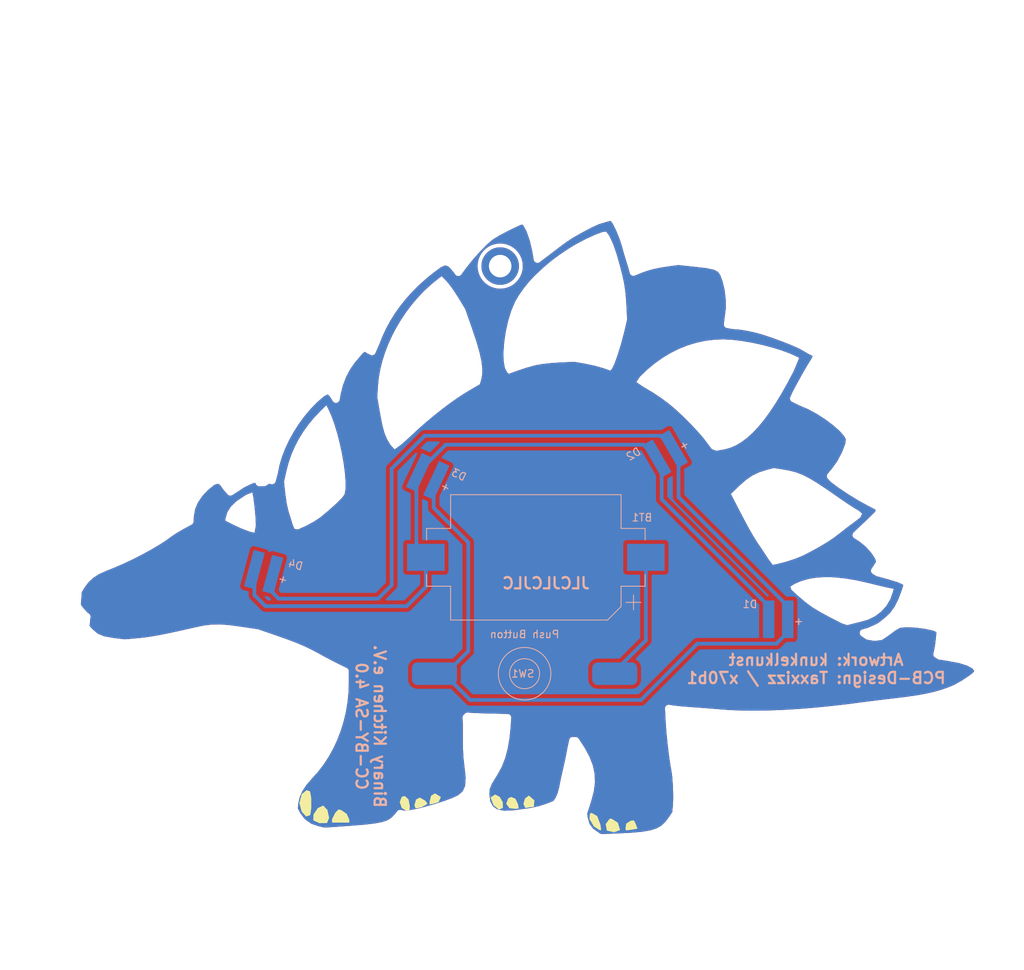
<source format=kicad_pcb>
(kicad_pcb (version 20211014) (generator pcbnew)
  (layers (0 "F.Cu" signal) (31 "B.Cu" signal) (34 "B.Paste" user) (35 "F.Paste" user) (36 "B.SilkS" user "B.Silkscreen") (37 "F.SilkS" user "F.Silkscreen") (38 "B.Mask" user) (39 "F.Mask" user) (44 "Edge.Cuts" user))
  (net 0 "")
  (net 1 "Net-(D1-Pad2)")
  (net 2 "Net-(SW1-Pad1)")
  (net 3 "Net-(D1-Pad1)")
  (footprint "Binary_Kitchen:dino" (layer "F.Cu") (at 13.9 -4)
    (fp_text reference "svg2mod" hide)
    (fp_text value "G***" hide)
    (fp_poly (pts (xy 81.164322 108.80916) (xy 80.910595 108.83506) (xy 80.393609 109.538165) (xy 80.555847 110.41146) (xy 81.534465 110.615815) (xy 82.322539 110.32916) (xy 82.017998 109.344804) (xy 81.164322 108.80915) (xy 81.164322 108.80916)) (layer "F.SilkS") (width 0) (fill solid))
    (fp_poly (pts (xy 40.577396 105.01267) (xy 39.922054 105.565909) (xy 39.625919 106.74647) (xy 39.908627 107.863737) (xy 40.510844 108.530896) (xy 41.063706 108.33931) (xy 41.20014 107.393242) (xy 41.189857 106.010425) (xy 41.040216 105.18417) (xy 40.577398 105.01267) (xy 40.577396 105.01267)) (layer "F.SilkS") (width 0) (fill solid))
    (fp_poly (pts (xy 70.174183 105.73156) (xy 69.661164 106.107041) (xy 69.440486 106.846406) (xy 69.685524 107.36904) (xy 70.841391 107.22103) (xy 70.902475 106.373665) (xy 70.174183 105.73156)) (layer "F.SilkS") (width 0) (fill solid))
    (fp_poly (pts (xy 44.829673 107.57811) (xy 44.392699 108.01509) (xy 43.955725 108.89609) (xy 43.955725 109.34011) (xy 45.111592 109.34011) (xy 46.26511 109.34011) (xy 46.26271 108.94307) (xy 45.917205 108.173923) (xy 45.198465 107.67209) (xy 44.829673 107.57811)) (layer "F.SilkS") (width 0) (fill solid))
    (fp_poly (pts (xy 78.518983 108.03858) (xy 78.302845 108.11848) (xy 78.234902 108.839654) (xy 78.811198 109.834726) (xy 79.592624 110.34564) (xy 79.794667 110.35064) (xy 79.710097 109.63644) (xy 79.264734 108.456145) (xy 78.51899 108.0389) (xy 78.518983 108.03858)) (layer "F.SilkS") (width 0) (fill solid))
    (fp_poly (pts (xy 42.783411 107.05891) (xy 42.054403 107.408776) (xy 41.49058 108.252027) (xy 41.460742 109.03704) (xy 42.268958 109.412144) (xy 43.295565 109.39649) (xy 43.578149 108.705429) (xy 43.346563 107.648531) (xy 42.783411 107.05891)) (layer "F.SilkS") (width 0) (fill solid))
    (fp_poly (pts (xy 55.643613 105.99232) (xy 55.138443 106.268463) (xy 54.927068 107.02132) (xy 55.084053 107.43973) (xy 55.808065 107.30089) (xy 56.482321 106.96495) (xy 56.667918 106.79344) (xy 56.364855 106.40816) (xy 55.643613 105.99232)) (layer "F.SilkS") (width 0) (fill solid))
    (fp_poly (pts (xy 67.799016 105.91712) (xy 67.406679 106.11682) (xy 67.152375 106.845114) (xy 67.594736 107.423876) (xy 68.473272 107.51231) (xy 68.813924 107.42311) (xy 68.731694 106.90156) (xy 68.380229 106.153086) (xy 67.799012 105.9172) (xy 67.799016 105.91712)) (layer "F.SilkS") (width 0) (fill solid))
    (fp_poly (pts (xy 84.169107 109.03704) (xy 83.729784 109.08164) (xy 83.131567 109.465305) (xy 83.022637 110.13649) (xy 83.116617 110.38316) (xy 83.849606 110.28456) (xy 84.629583 110.14361) (xy 84.420493 109.56802) (xy 84.169107 109.03704)) (layer "F.SilkS") (width 0) (fill solid))
    (fp_poly (pts (xy 57.671079 105.44259) (xy 57.148875 105.751173) (xy 56.947488 106.55147) (xy 56.947488 106.92266) (xy 57.344523 106.84276) (xy 58.138594 106.61254) (xy 58.461331 105.929035) (xy 57.671079 105.44257) (xy 57.671079 105.44259)) (layer "F.SilkS") (width 0) (fill solid))
    (fp_poly (pts (xy 65.682275 105.58825) (xy 65.064904 105.981655) (xy 65.463788 107.00959) (xy 66.195528 107.600693) (xy 66.71128 107.39018) (xy 66.700285 106.625929) (xy 66.289617 105.906875) (xy 65.682275 105.58825)) (layer "F.SilkS") (width 0) (fill solid))
    (fp_poly (pts (xy 53.639639 105.78556) (xy 53.237905 105.90068) (xy 52.975341 106.604392) (xy 53.23666 107.390238) (xy 53.84403 107.72375) (xy 54.276306 107.68145) (xy 54.323286 107.19514) (xy 54.15687 106.254564) (xy 53.639634 105.78555) (xy 53.639639 105.78556)) (layer "F.SilkS") (width 0) (fill solid))
    (fp_poly (pts (xy 81.197154 28.617824) (xy 80.250468 28.855272) (xy 79.339927 29.133683) (xy 78.321169 29.591273) (xy 76.794417 30.407387) (xy 75.746247 31.008545) (xy 74.876867 31.577522) (xy 73.89842 32.302622) (xy 73.120352 32.896244) (xy 72.249958 33.556373) (xy 71.313839 34.263744) (xy 71.137307 33.219469) (xy 70.78669 31.684774) (xy 70.320972 30.362611) (xy 69.818673 29.435481) (xy 69.358311 29.085882) (xy 68.638975 29.347332) (xy 67.346546 29.965261) (xy 65.976099 30.690036) (xy 65.022707 31.272022) (xy 64.260886 31.935524) (xy 63.302721 32.9099) (xy 62.318625 34.0128) (xy 61.47901 35.061869) (xy 60.77226 36.017256) (xy 60.597592 35.763024) (xy 59.794913 34.838908) (xy 59.048045 34.559066) (xy 58.243624 34.880985) (xy 57.153569 35.682191) (xy 56.124108 36.519609) (xy 55.156426 37.39176) (xy 54.251709 38.297165) (xy 53.411142 39.234344) (xy 52.635911 40.201819) (xy 51.9272 41.198108) (xy 51.286195 42.221734) (xy 50.714082 43.271217) (xy 50.212045 44.345077) (xy 49.781269 45.441835) (xy 49.284506 46.572609) (xy 48.858205 46.359305) (xy 48.38159 45.991689) (xy 47.742436 46.392052) (xy 46.547126 47.806992) (xy 45.910502 48.733496) (xy 45.361603 49.794776) (xy 44.927926 50.929282) (xy 44.636973 52.075465) (xy 44.481575 52.910885) (xy 44.074432 52.25697) (xy 43.465654 51.644733) (xy 42.562099 52.156267) (xy 41.64431 52.952212) (xy 40.762555 53.852142) (xy 39.927227 54.838668) (xy 39.14872 55.894403) (xy 38.437427 57.001956) (xy 37.803741 58.143941) (xy 37.258057 59.302967) (xy 36.810766 60.461647) (xy 36.472263 61.602592) (xy 36.25294 62.708413) (xy 35.965765 63.760768) (xy 35.545039 63.605976) (xy 34.940137 64.011892) (xy 34.285601 64.026194) (xy 34.079854 63.592322) (xy 33.874107 63.422006) (xy 32.888883 63.812988) (xy 31.996498 64.252272) (xy 31.234205 64.759673) (xy 30.423195 65.273545) (xy 29.930106 64.714914) (xy 29.356302 63.913246) (xy 28.75775 63.641883) (xy 28.030078 63.899732) (xy 27.068918 64.685697) (xy 26.251401 65.569963) (xy 25.645233 66.479707) (xy 25.252391 67.411159) (xy 25.07485 68.360549) (xy 25.013312 69.206536) (xy 23.923661 69.794562) (xy 23.002099 70.328932) (xy 22.316846 70.788487) (xy 21.557825 71.339382) (xy 20.634391 71.933981) (xy 19.582883 72.553118) (xy 18.439639 73.177626) (xy 17.240999 73.788335) (xy 16.023302 74.366079) (xy 14.822888 74.89169) (xy 13.676095 75.346) (xy 12.708947 75.782552) (xy 11.872744 76.320851) (xy 11.17801 76.952758) (xy 10.635266 77.670133) (xy 10.139858 78.479446) (xy 10.070237 79.456589) (xy 10.000002 80.433731) (xy 10.364876 80.970787) (xy 11.011953 81.704887) (xy 11.294156 81.902554) (xy 11.225786 82.61179) (xy 11.158029 83.321027) (xy 11.715597 83.940132) (xy 12.485636 84.60093) (xy 13.475611 85.008978) (xy 14.919283 85.260394) (xy 16.3707 85.43071) (xy 18.243557 85.264123) (xy 19.104302 85.170498) (xy 20.060237 85.030606) (xy 21.165269 84.834166) (xy 22.473303 84.570899) (xy 24.038245 84.230524) (xy 25.914002 83.80276) (xy 27.027746 83.575445) (xy 28.025515 83.455043) (xy 29.035232 83.439596) (xy 30.184817 83.527146) (xy 31.602192 83.715734) (xy 33.989727 84.072528) (xy 36.050305 84.778656) (xy 37.653124 85.34068) (xy 38.933741 85.823758) (xy 40.008744 86.277009) (xy 40.994722 86.749554) (xy 42.008264 87.29051) (xy 42.95145 87.803753) (xy 43.897857 88.302581) (xy 44.642571 88.679146) (xy 45.68871 89.187609) (xy 45.68871 90.68378) (xy 45.64528 91.976388) (xy 45.516553 93.25528) (xy 45.304875 94.514338) (xy 45.012594 95.747444) (xy 44.642055 96.948481) (xy 44.195604 98.11133) (xy 43.675589 99.229873) (xy 43.084355 100.297991) (xy 42.424248 101.309568) (xy 41.697615 102.258484) (xy 40.906803 103.138621) (xy 40.136234 104.0272) (xy 39.556328 104.914557) (xy 39.169304 105.796762) (xy 38.977382 106.669886) (xy 38.884136 107.535763) (xy 39.291279 108.330157) (xy 39.986433 109.253548) (xy 40.969364 109.947097) (xy 42.152467 110.349089) (xy 43.018345 110.511946) (xy 46.258704 110.2832) (xy 48.220662 110.126718) (xy 49.69769 109.956709) (xy 50.781662 109.749798) (xy 51.564451 109.482608) (xy 52.13793 109.131767) (xy 52.593971 108.673898) (xy 53.029086 108.145545) (xy 53.484713 108.2363) (xy 54.110985 108.218813) (xy 55.125985 108.039386) (xy 56.386842 107.738136) (xy 57.750688 107.355182) (xy 59.074652 106.930644) (xy 60.215867 106.504641) (xy 61.031462 106.117292) (xy 61.77005 105.487932) (xy 62.173331 104.599092) (xy 62.266434 103.341628) (xy 62.074493 101.606398) (xy 61.961792 100.616203) (xy 61.898075 99.367186) (xy 61.886772 97.925331) (xy 61.885651 96.187995) (xy 61.847607 95.338887) (xy 61.999276 95.182867) (xy 62.458187 95.222009) (xy 63.453086 95.266694) (xy 64.768468 95.307186) (xy 67.320725 95.370588) (xy 67.249239 96.401187) (xy 67.095622 97.968712) (xy 66.861838 99.349741) (xy 66.543063 100.56257) (xy 66.13447 101.625495) (xy 65.631236 102.556813) (xy 64.805616 103.915633) (xy 64.462501 104.736252) (xy 64.394268 105.51497) (xy 64.543727 106.66924) (xy 64.996726 107.509852) (xy 65.760196 108.041608) (xy 66.841068 108.26931) (xy 68.246273 108.19776) (xy 69.40247 108.035472) (xy 70.515706 107.878263) (xy 71.601326 107.643588) (xy 72.691278 107.29521) (xy 73.784659 106.865689) (xy 74.157613 106.290716) (xy 74.47181 105.604721) (xy 74.695912 104.749168) (xy 74.919737 103.621813) (xy 75.225508 102.267773) (xy 75.435954 101.338898) (xy 75.637617 100.360726) (xy 75.786807 99.5452) (xy 76.0277 98.425142) (xy 76.390724 98.447515) (xy 77.16239 99.629736) (xy 77.773742 100.760524) (xy 78.190977 101.833898) (xy 78.418639 102.885489) (xy 78.461271 103.950925) (xy 78.323417 105.065836) (xy 78.00962 106.265853) (xy 77.419729 108.113225) (xy 77.501776 108.727358) (xy 77.779432 109.722154) (xy 78.354975 110.506829) (xy 79.291962 111.167728) (xy 79.6817 111.382177) (xy 81.846705 111.296401) (xy 83.80126 111.197092) (xy 85.33135 111.056996) (xy 86.511906 110.851734) (xy 87.417861 110.556929) (xy 88.124145 110.1482) (xy 88.705693 109.601171) (xy 89.237434 108.891461) (xy 89.755221 108.113229) (xy 89.865246 106.958931) (xy 89.898124 105.91897) (xy 89.862188 104.565088) (xy 89.774012 103.253365) (xy 89.650176 102.339881) (xy 89.491125 101.454431) (xy 89.310322 100.164719) (xy 89.134142 98.691168) (xy 88.988962 97.254198) (xy 88.901157 96.074233) (xy 88.801705 94.139217) (xy 89.366111 94.23743) (xy 90.357951 94.346895) (xy 91.950692 94.47177) (xy 93.195971 94.560546) (xy 94.518171 94.662643) (xy 95.631137 94.755838) (xy 96.596866 94.829649) (xy 97.612391 94.883632) (xy 98.675784 94.917883) (xy 99.785116 94.932496) (xy 100.938456 94.92757) (xy 102.133876 94.903198) (xy 103.369445 94.859479) (xy 104.643236 94.796506) (xy 105.953317 94.714377) (xy 107.29776 94.613188) (xy 108.674635 94.493034) (xy 110.082012 94.354012) (xy 111.517963 94.196217) (xy 112.980558 94.019745) (xy 114.467867 93.824693) (xy 115.329246 93.712287) (xy 116.500853 93.566193) (xy 117.828755 93.405294) (xy 119.159022 93.248477) (xy 120.700954 93.056003) (xy 122.038382 92.857173) (xy 123.209164 92.643362) (xy 124.251158 92.405941) (xy 125.202223 92.136284) (xy 126.100217 91.825763) (xy 126.982998 91.465751) (xy 128.099414 90.845378) (xy 129.314947 90.02513) (xy 129.941778 89.469197) (xy 129.955055 88.918524) (xy 129.564974 88.419569) (xy 128.787033 87.981065) (xy 127.636729 87.611749) (xy 126.129561 87.320354) (xy 124.88676 87.125557) (xy 124.52934 86.916326) (xy 124.627785 86.440801) (xy 124.75982 85.728883) (xy 124.870834 84.797933) (xy 124.967183 83.710768) (xy 124.745268 83.527399) (xy 124.084593 83.262103) (xy 122.93861 83.019853) (xy 121.624177 82.853291) (xy 120.458152 82.815055) (xy 119.475 82.875) (xy 118.706202 83.310284) (xy 117.843122 83.96032) (xy 116.988443 84.534199) (xy 116.2 84.625) (xy 115.338096 84.484653) (xy 114.728044 84.075569) (xy 115.415199 83.889789) (xy 116.325 83.5) (xy 116.975 83.175) (xy 117.825 82.5) (xy 118.625 81.775) (xy 119.283603 80.861469) (xy 119.847322 79.755588) (xy 120.304644 78.522964) (xy 120.616676 77.512877) (xy 120.268594 77.211404) (xy 119.515754 76.862519) (xy 118.132181 76.438765) (xy 116.636746 76.029693) (xy 116.228207 75.776145) (xy 116.475009 75.410031) (xy 116.922555 74.696443) (xy 116.788416 74.065036) (xy 116.229212 73.172635) (xy 115.415136 72.244791) (xy 114.516378 71.507054) (xy 113.774193 71.030914) (xy 115.477362 69.415397) (xy 116.602892 68.32023) (xy 116.990339 67.690302) (xy 116.652687 67.243676) (xy 115.602916 66.698418) (xy 114.369263 66.025792) (xy 112.981605 65.173613) (xy 111.685902 64.306486) (xy 110.728111 63.589014) (xy 110.354191 63.185801) (xy 110.924812 62.492104) (xy 111.657426 61.479049) (xy 112.33038 60.204382) (xy 112.793475 58.996356) (xy 112.896507 58.183228) (xy 112.571793 57.562674) (xy 111.920157 56.822) (xy 111.017673 56.018364) (xy 109.940416 55.208927) (xy 108.764462 54.450848) (xy 107.565885 53.801288) (xy 106.420762 53.317406) (xy 105.447352 52.831321) (xy 105.683675 52.296404) (xy 106.26463 51.191679) (xy 107.000364 49.860557) (xy 107.701026 48.646451) (xy 108.17676 47.892771) (xy 108.597273 47.093437) (xy 108.199735 46.721071) (xy 107.658264 46.461417) (xy 106.949717 46.044157) (xy 106.281053 45.688238) (xy 105.278397 45.24524) (xy 104.047034 44.756926) (xy 102.692249 44.265058) (xy 101.319327 43.811399) (xy 100.302191 43.535697) (xy 99.201838 43.304902) (xy 98.168168 43.146317) (xy 97.351083 43.087243) (xy 96.636703 42.957731) (xy 96.748139 42.036752) (xy 96.898875 40.91346) (xy 96.891426 39.618819) (xy 96.734324 38.289028) (xy 96.436099 37.060287) (xy 96.102302 36.159159) (xy 95.689286 35.575247) (xy 95.021977 35.213713) (xy 93.925303 34.979717) (xy 92.224192 34.778422) (xy 90.076591 34.552785) (xy 88.848325 34.713777) (xy 87.690599 34.890041) (xy 86.675456 35.098572) (xy 85.774112 35.346092) (xy 84.957781 35.639328) (xy 84.088795 35.99177) (xy 83.92718 35.389448) (xy 83.552366 34.156209) (xy 83.316793 33.386791) (xy 83.050741 32.423832) (xy 82.712977 31.377581) (xy 82.259305 30.265536) (xy 81.79825 29.330553) (xy 81.438331 28.81549) (xy 81.197154 28.617824)) (layer "Edge.Cuts") (width 0.00001) (fill none))
    (pad "" thru_hole circle (at 66.35 35.2) (size 5 5) (drill 3) (layers *.Cu *.Mask))
    (zone (net 0) (net_name "") (layer "F.Cu") (connect_pads (clearance 0)) (min_thickness 0.254)
      (keepout (tracks not_allowed) (vias not_allowed) (pads not_allowed) (copperpour not_allowed) (footprints not_allowed))
      (fill (thermal_gap 0.508) (thermal_bridge_width 0.508))
      (polygon (pts (xy 47.724509 65.779014) (xy 47.685405 64.768503) (xy 47.5521 63.312379) (xy 47.385754 61.979803) (xy 47.247522 61.339938) (xy 46.419801 61.665664) (xy 45.104579 62.542018) (xy 44.396507 63.231696) (xy 43.922346 63.975597) (xy 43.687439 64.765338) (xy 43.638928 65.111459) (xy 44.649325 65.630209) (xy 45.811407 66.166315) (xy 46.911779 66.586125) (xy 47.536174 66.731589) (xy 47.724505 65.779014)))
    )
    (zone (net 0) (net_name "") (layer "F.Cu") (connect_pads (clearance 0)) (min_thickness 0.254)
      (keepout (tracks not_allowed) (vias not_allowed) (pads not_allowed) (copperpour not_allowed) (footprints not_allowed))
      (fill (thermal_gap 0.508) (thermal_bridge_width 0.508))
      (polygon (pts (xy 67.049283 55.000869) (xy 67.789792 54.349394) (xy 68.44638 53.745875) (xy 69.39377 52.866864) (xy 70.379268 51.99914) (xy 71.386477 51.155438) (xy 72.399003 50.348494) (xy 73.400449 49.591045) (xy 74.374419 48.895825) (xy 75.304518 48.27557) (xy 76.17435 47.743017) (xy 77.54941 46.944489) (xy 77.739405 46.299592) (xy 77.867919 45.603148) (xy 77.871493 44.777264) (xy 77.744583 43.791174) (xy 77.481644 42.614108) (xy 77.07713 41.215299) (xy 76.525496 39.563978) (xy 75.604313 36.937481) (xy 74.662243 35.378046) (xy 74.101004 34.505127) (xy 73.535224 33.71569) (xy 73.08739 33.180644) (xy 72.454607 32.542676) (xy 71.903649 32.962833) (xy 70.982526 33.715769) (xy 70.100091 34.53747) (xy 69.260316 35.420817) (xy 68.467175 36.358691) (xy 67.72464 37.343974) (xy 67.036684 38.369547) (xy 66.407281 39.42829) (xy 65.840403 40.513085) (xy 65.340022 41.616813) (xy 64.910113 42.732355) (xy 64.554648 43.852593) (xy 64.277599 44.970407) (xy 64.082941 46.078679) (xy 63.974645 47.17029) (xy 63.885201 48.685886) (xy 64.264383 50.87841) (xy 64.548596 52.355744) (xy 64.838692 53.432972) (xy 65.189523 54.274294) (xy 65.655947 55.043914) (xy 66.191747 55.626304) (xy 67.049282 55.000875)))
    )
    (zone (net 0) (net_name "") (layer "F.Cu") (connect_pads (clearance 0)) (min_thickness 0.254)
      (keepout (tracks not_allowed) (vias not_allowed) (pads not_allowed) (copperpour not_allowed) (footprints not_allowed))
      (fill (thermal_gap 0.508) (thermal_bridge_width 0.508))
      (polygon (pts (xy 126.951242 78.91474) (xy 128.151462 78.614461) (xy 129.211607 78.320011) (xy 130.16483 77.852158) (xy 130.993616 77.226982) (xy 131.680452 76.460565) (xy 132.207822 75.568986) (xy 132.558213 74.568326) (xy 132.652878 74.180434) (xy 132.098218 74.082534) (xy 131.512237 73.956493) (xy 130.509198 73.720163) (xy 129.30625 73.424711) (xy 127.71763 73.065786) (xy 126.240735 72.812928) (xy 124.870915 72.666184) (xy 123.603519 72.625603) (xy 122.433897 72.691232) (xy 121.357398 72.863119) (xy 120.369373 73.141312) (xy 119.465172 73.525859) (xy 118.883579 73.887743) (xy 119.011003 74.313813) (xy 119.960074 75.1807) (xy 120.978709 76.038624) (xy 121.849428 76.678238) (xy 122.851501 77.28547) (xy 124.264198 78.046246) (xy 125.758389 78.812028) (xy 126.452878 79.036494) (xy 126.95129 78.914744)))
    )
    (zone (net 0) (net_name "") (layer "F.Cu") (connect_pads (clearance 0)) (min_thickness 0.254)
      (keepout (tracks not_allowed) (vias not_allowed) (pads not_allowed) (copperpour not_allowed) (footprints not_allowed))
      (fill (thermal_gap 0.508) (thermal_bridge_width 0.508))
      (polygon (pts (xy 54.44263 65.791042) (xy 55.474204 65.224504) (xy 56.301945 64.672388) (xy 57.448494 63.720366) (xy 58.464361 62.802737) (xy 59.208647 62.052974) (xy 59.540455 61.604549) (xy 59.655811 60.918928) (xy 59.669674 59.990038) (xy 59.592284 58.871281) (xy 59.433879 57.616057) (xy 59.204698 56.277767) (xy 58.914982 54.909812) (xy 58.574969 53.565594) (xy 58.194898 52.298513) (xy 57.785009 51.161971) (xy 57.35554 50.209368) (xy 57.109033 49.732677) (xy 56.388254 50.436197) (xy 55.532235 51.328963) (xy 54.754205 52.259699) (xy 54.054919 53.227075) (xy 53.435136 54.22976) (xy 52.89561 55.266423) (xy 52.4371 56.335732) (xy 52.06036 57.436358) (xy 51.766149 58.56697) (xy 51.464972 59.931835) (xy 51.635585 61.52599) (xy 51.835537 62.885065) (xy 52.07669 63.914028) (xy 52.336104 64.718512) (xy 52.579963 65.537881) (xy 52.845192 66.217944) (xy 53.336563 66.284727)))
    )
    (zone (net 0) (net_name "") (layer "F.Cu") (connect_pads (clearance 0)) (min_thickness 0.254)
      (keepout (tracks not_allowed) (vias not_allowed) (pads not_allowed) (copperpour not_allowed) (footprints not_allowed))
      (fill (thermal_gap 0.508) (thermal_bridge_width 0.508))
      (polygon (pts (xy 84.914141 44.419024) (xy 85.778342 44.262287) (xy 86.898068 44.131401) (xy 88.096417 44.047045) (xy 90.117212 43.954124) (xy 91.560637 44.206263) (xy 92.861928 44.483367) (xy 93.963625 44.795525) (xy 94.923189 45.132649) (xy 95.138523 44.888472) (xy 95.458034 44.247134) (xy 95.89792 43.02739) (xy 96.365679 41.50836) (xy 96.768808 39.969164) (xy 97.152613 38.325222) (xy 97.072514 36.721458) (xy 96.998418 35.492688) (xy 96.896605 34.445768) (xy 96.743772 33.454895) (xy 96.516619 32.394264) (xy 96.191842 31.138069) (xy 95.746141 29.560507) (xy 95.293089 28.263185) (xy 94.77929 27.163753) (xy 94.358418 26.591041) (xy 93.8639 26.655262) (xy 92.897847 27.018186) (xy 91.668327 27.584054) (xy 90.383408 28.257105) (xy 89.25116 28.941579) (xy 88.197977 29.658599) (xy 87.336576 30.285761) (xy 86.561521 30.907666) (xy 85.767378 31.608913) (xy 84.848714 32.474104) (xy 84.117578 33.253935) (xy 83.373547 34.179615) (xy 82.7077 35.12995) (xy 82.211115 35.983748) (xy 81.714592 37.168914) (xy 81.304394 38.516892) (xy 80.989762 39.944239) (xy 80.77994 41.367511) (xy 80.684168 42.703266) (xy 80.711691 43.86806) (xy 80.871749 44.778451) (xy 81.173586 45.350995) (xy 81.384828 45.562235) (xy 82.568745 45.130159) (xy 83.746072 44.743031) (xy 84.914143 44.419024)))
    )
    (zone (net 0) (net_name "") (layer "F.Cu") (connect_pads (clearance 0)) (min_thickness 0.254)
      (keepout (tracks not_allowed) (vias not_allowed) (pads not_allowed) (copperpour not_allowed) (footprints not_allowed))
      (fill (thermal_gap 0.508) (thermal_bridge_width 0.508))
      (polygon (pts (xy 118.264002 70.603189) (xy 119.484316 70.209891) (xy 120.458197 69.81487) (xy 121.511708 69.285869) (xy 122.794878 68.580946) (xy 123.842016 67.952224) (xy 124.743785 67.342069) (xy 125.59085 66.692847) (xy 126.477295 65.995627) (xy 127.141064 65.507139) (xy 128.200199 64.698556) (xy 128.451985 64.16988) (xy 127.971033 63.764455) (xy 127.42467 63.448741) (xy 126.582004 62.905002) (xy 125.625468 62.250954) (xy 123.900976 61.051213) (xy 122.533586 60.140691) (xy 121.430506 59.47221) (xy 120.498947 58.998597) (xy 119.646118 58.672674) (xy 118.779227 58.447267) (xy 117.805486 58.275199) (xy 116.676234 58.103239) (xy 115.796431 58.329583) (xy 114.750982 58.659772) (xy 113.838836 59.094445) (xy 112.983177 59.677841) (xy 112.107187 60.454198) (xy 110.971076 61.560184) (xy 112.002283 63.56707) (xy 112.753082 65.006303) (xy 113.405965 66.209427) (xy 113.973335 67.198054) (xy 114.467595 67.993796) (xy 114.901148 68.618264) (xy 115.449323 69.451983) (xy 115.990608 70.277528) (xy 116.531892 71.004183) (xy 117.037091 70.912152) (xy 118.264002 70.603186)))
    )
    (zone (net 0) (net_name "") (layer "F.Cu") (connect_pads (clearance 0)) (min_thickness 0.254)
      (keepout (tracks not_allowed) (vias not_allowed) (pads not_allowed) (copperpour not_allowed) (footprints not_allowed))
      (fill (thermal_gap 0.508) (thermal_bridge_width 0.508))
      (polygon (pts (xy 110.168836 55.614325) (xy 110.906141 55.403703) (xy 111.639958 55.083573) (xy 112.372558 54.651367) (xy 113.106213 54.104512) (xy 113.843193 53.440438) (xy 114.58577 52.656574) (xy 115.336215 51.75035) (xy 116.096797 50.719195) (xy 116.86979 49.560538) (xy 117.657463 48.271808) (xy 118.462087 46.850435) (xy 119.285934 45.293849) (xy 119.76633 44.178458) (xy 120.061499 43.423922) (xy 119.812291 43.293198) (xy 118.852702 42.852123) (xy 117.708181 42.428364) (xy 116.432127 42.034565) (xy 115.077937 41.683371) (xy 113.699009 41.387422) (xy 112.348739 41.159365) (xy 111.080526 41.011841) (xy 109.947766 40.957494) (xy 108.736152 41.005828) (xy 107.538089 41.158031) (xy 106.357038 41.412553) (xy 105.196457 41.767844) (xy 104.059806 42.222353) (xy 102.950542 42.774529) (xy 101.872126 43.422824) (xy 100.828017 44.165685) (xy 99.821672 45.001563) (xy 98.856553 45.928907) (xy 98.373905 46.651368) (xy 99.355132 47.320216) (xy 100.513514 47.998002) (xy 101.63684 48.741682) (xy 102.696319 49.531033) (xy 103.663158 50.345835) (xy 104.650123 51.270802) (xy 105.634284 52.256247) (xy 106.539931 53.221482) (xy 107.291356 54.085816) (xy 107.81285 54.768557) (xy 108.429515 55.591312) (xy 109.034197 55.808385)))
    )
    (zone (net 0) (net_name "") (layer "B.Cu") (connect_pads (clearance 0)) (min_thickness 0.254)
      (keepout (tracks not_allowed) (vias not_allowed) (pads not_allowed) (copperpour not_allowed) (footprints not_allowed))
      (fill (thermal_gap 0.508) (thermal_bridge_width 0.508))
      (polygon (pts (xy 67.049283 55.000869) (xy 67.789792 54.349394) (xy 68.44638 53.745875) (xy 69.39377 52.866864) (xy 70.379268 51.99914) (xy 71.386477 51.155438) (xy 72.399003 50.348494) (xy 73.400449 49.591045) (xy 74.374419 48.895825) (xy 75.304518 48.27557) (xy 76.17435 47.743017) (xy 77.54941 46.944489) (xy 77.739405 46.299592) (xy 77.867919 45.603148) (xy 77.871493 44.777264) (xy 77.744583 43.791174) (xy 77.481644 42.614108) (xy 77.07713 41.215299) (xy 76.525496 39.563978) (xy 75.604313 36.937481) (xy 74.662243 35.378046) (xy 74.101004 34.505127) (xy 73.535224 33.71569) (xy 73.08739 33.180644) (xy 72.454607 32.542676) (xy 71.903649 32.962833) (xy 70.982526 33.715769) (xy 70.100091 34.53747) (xy 69.260316 35.420817) (xy 68.467175 36.358691) (xy 67.72464 37.343974) (xy 67.036684 38.369547) (xy 66.407281 39.42829) (xy 65.840403 40.513085) (xy 65.340022 41.616813) (xy 64.910113 42.732355) (xy 64.554648 43.852593) (xy 64.277599 44.970407) (xy 64.082941 46.078679) (xy 63.974645 47.17029) (xy 63.885201 48.685886) (xy 64.264383 50.87841) (xy 64.548596 52.355744) (xy 64.838692 53.432972) (xy 65.189523 54.274294) (xy 65.655947 55.043914) (xy 66.191747 55.626304) (xy 67.049282 55.000875)))
    )
    (zone (net 0) (net_name "") (layer "B.Cu") (connect_pads (clearance 0)) (min_thickness 0.254)
      (keepout (tracks not_allowed) (vias not_allowed) (pads not_allowed) (copperpour not_allowed) (footprints not_allowed))
      (fill (thermal_gap 0.508) (thermal_bridge_width 0.508))
      (polygon (pts (xy 126.951242 78.91474) (xy 128.151462 78.614461) (xy 129.211607 78.320011) (xy 130.16483 77.852158) (xy 130.993616 77.226982) (xy 131.680452 76.460565) (xy 132.207822 75.568986) (xy 132.558213 74.568326) (xy 132.652878 74.180434) (xy 132.098218 74.082534) (xy 131.512237 73.956493) (xy 130.509198 73.720163) (xy 129.30625 73.424711) (xy 127.71763 73.065786) (xy 126.240735 72.812928) (xy 124.870915 72.666184) (xy 123.603519 72.625603) (xy 122.433897 72.691232) (xy 121.357398 72.863119) (xy 120.369373 73.141312) (xy 119.465172 73.525859) (xy 118.883579 73.887743) (xy 119.011003 74.313813) (xy 119.960074 75.1807) (xy 120.978709 76.038624) (xy 121.849428 76.678238) (xy 122.851501 77.28547) (xy 124.264198 78.046246) (xy 125.758389 78.812028) (xy 126.452878 79.036494) (xy 126.95129 78.914744)))
    )
    (zone (net 0) (net_name "") (layer "B.Cu") (connect_pads (clearance 0)) (min_thickness 0.254)
      (keepout (tracks not_allowed) (vias not_allowed) (pads not_allowed) (copperpour not_allowed) (footprints not_allowed))
      (fill (thermal_gap 0.508) (thermal_bridge_width 0.508))
      (polygon (pts (xy 110.168836 55.614325) (xy 110.906141 55.403703) (xy 111.639958 55.083573) (xy 112.372558 54.651367) (xy 113.106213 54.104512) (xy 113.843193 53.440438) (xy 114.58577 52.656574) (xy 115.336215 51.75035) (xy 116.096797 50.719195) (xy 116.86979 49.560538) (xy 117.657463 48.271808) (xy 118.462087 46.850435) (xy 119.285934 45.293849) (xy 119.76633 44.178458) (xy 120.061499 43.423922) (xy 119.812291 43.293198) (xy 118.852702 42.852123) (xy 117.708181 42.428364) (xy 116.432127 42.034565) (xy 115.077937 41.683371) (xy 113.699009 41.387422) (xy 112.348739 41.159365) (xy 111.080526 41.011841) (xy 109.947766 40.957494) (xy 108.736152 41.005828) (xy 107.538089 41.158031) (xy 106.357038 41.412553) (xy 105.196457 41.767844) (xy 104.059806 42.222353) (xy 102.950542 42.774529) (xy 101.872126 43.422824) (xy 100.828017 44.165685) (xy 99.821672 45.001563) (xy 98.856553 45.928907) (xy 98.373905 46.651368) (xy 99.355132 47.320216) (xy 100.513514 47.998002) (xy 101.63684 48.741682) (xy 102.696319 49.531033) (xy 103.663158 50.345835) (xy 104.650123 51.270802) (xy 105.634284 52.256247) (xy 106.539931 53.221482) (xy 107.291356 54.085816) (xy 107.81285 54.768557) (xy 108.429515 55.591312) (xy 109.034197 55.808385)))
    )
    (zone (net 0) (net_name "") (layer "B.Cu") (connect_pads (clearance 0)) (min_thickness 0.254)
      (keepout (tracks not_allowed) (vias not_allowed) (pads not_allowed) (copperpour not_allowed) (footprints not_allowed))
      (fill (thermal_gap 0.508) (thermal_bridge_width 0.508))
      (polygon (pts (xy 54.44263 65.791042) (xy 55.474204 65.224504) (xy 56.301945 64.672388) (xy 57.448494 63.720366) (xy 58.464361 62.802737) (xy 59.208647 62.052974) (xy 59.540455 61.604549) (xy 59.655811 60.918928) (xy 59.669674 59.990038) (xy 59.592284 58.871281) (xy 59.433879 57.616057) (xy 59.204698 56.277767) (xy 58.914982 54.909812) (xy 58.574969 53.565594) (xy 58.194898 52.298513) (xy 57.785009 51.161971) (xy 57.35554 50.209368) (xy 57.109033 49.732677) (xy 56.388254 50.436197) (xy 55.532235 51.328963) (xy 54.754205 52.259699) (xy 54.054919 53.227075) (xy 53.435136 54.22976) (xy 52.89561 55.266423) (xy 52.4371 56.335732) (xy 52.06036 57.436358) (xy 51.766149 58.56697) (xy 51.464972 59.931835) (xy 51.635585 61.52599) (xy 51.835537 62.885065) (xy 52.07669 63.914028) (xy 52.336104 64.718512) (xy 52.579963 65.537881) (xy 52.845192 66.217944) (xy 53.336563 66.284727)))
    )
    (zone (net 0) (net_name "") (layer "B.Cu") (connect_pads (clearance 0)) (min_thickness 0.254)
      (keepout (tracks not_allowed) (vias not_allowed) (pads not_allowed) (copperpour not_allowed) (footprints not_allowed))
      (fill (thermal_gap 0.508) (thermal_bridge_width 0.508))
      (polygon (pts (xy 84.914141 44.419024) (xy 85.778342 44.262287) (xy 86.898068 44.131401) (xy 88.096417 44.047045) (xy 90.117212 43.954124) (xy 91.560637 44.206263) (xy 92.861928 44.483367) (xy 93.963625 44.795525) (xy 94.923189 45.132649) (xy 95.138523 44.888472) (xy 95.458034 44.247134) (xy 95.89792 43.02739) (xy 96.365679 41.50836) (xy 96.768808 39.969164) (xy 97.152613 38.325222) (xy 97.072514 36.721458) (xy 96.998418 35.492688) (xy 96.896605 34.445768) (xy 96.743772 33.454895) (xy 96.516619 32.394264) (xy 96.191842 31.138069) (xy 95.746141 29.560507) (xy 95.293089 28.263185) (xy 94.77929 27.163753) (xy 94.358418 26.591041) (xy 93.8639 26.655262) (xy 92.897847 27.018186) (xy 91.668327 27.584054) (xy 90.383408 28.257105) (xy 89.25116 28.941579) (xy 88.197977 29.658599) (xy 87.336576 30.285761) (xy 86.561521 30.907666) (xy 85.767378 31.608913) (xy 84.848714 32.474104) (xy 84.117578 33.253935) (xy 83.373547 34.179615) (xy 82.7077 35.12995) (xy 82.211115 35.983748) (xy 81.714592 37.168914) (xy 81.304394 38.516892) (xy 80.989762 39.944239) (xy 80.77994 41.367511) (xy 80.684168 42.703266) (xy 80.711691 43.86806) (xy 80.871749 44.778451) (xy 81.173586 45.350995) (xy 81.384828 45.562235) (xy 82.568745 45.130159) (xy 83.746072 44.743031) (xy 84.914143 44.419024)))
    )
    (zone (net 0) (net_name "") (layer "B.Cu") (connect_pads (clearance 0)) (min_thickness 0.254)
      (keepout (tracks not_allowed) (vias not_allowed) (pads not_allowed) (copperpour not_allowed) (footprints not_allowed))
      (fill (thermal_gap 0.508) (thermal_bridge_width 0.508))
      (polygon (pts (xy 118.264002 70.603189) (xy 119.484316 70.209891) (xy 120.458197 69.81487) (xy 121.511708 69.285869) (xy 122.794878 68.580946) (xy 123.842016 67.952224) (xy 124.743785 67.342069) (xy 125.59085 66.692847) (xy 126.477295 65.995627) (xy 127.141064 65.507139) (xy 128.200199 64.698556) (xy 128.451985 64.16988) (xy 127.971033 63.764455) (xy 127.42467 63.448741) (xy 126.582004 62.905002) (xy 125.625468 62.250954) (xy 123.900976 61.051213) (xy 122.533586 60.140691) (xy 121.430506 59.47221) (xy 120.498947 58.998597) (xy 119.646118 58.672674) (xy 118.779227 58.447267) (xy 117.805486 58.275199) (xy 116.676234 58.103239) (xy 115.796431 58.329583) (xy 114.750982 58.659772) (xy 113.838836 59.094445) (xy 112.983177 59.677841) (xy 112.107187 60.454198) (xy 110.971076 61.560184) (xy 112.002283 63.56707) (xy 112.753082 65.006303) (xy 113.405965 66.209427) (xy 113.973335 67.198054) (xy 114.467595 67.993796) (xy 114.901148 68.618264) (xy 115.449323 69.451983) (xy 115.990608 70.277528) (xy 116.531892 71.004183) (xy 117.037091 70.912152) (xy 118.264002 70.603186)))
    )
    (zone (net 0) (net_name "") (layer "B.Cu") (connect_pads (clearance 0)) (min_thickness 0.254)
      (keepout (tracks not_allowed) (vias not_allowed) (pads not_allowed) (copperpour not_allowed) (footprints not_allowed))
      (fill (thermal_gap 0.508) (thermal_bridge_width 0.508))
      (polygon (pts (xy 47.724509 65.779014) (xy 47.685405 64.768503) (xy 47.5521 63.312379) (xy 47.385754 61.979803) (xy 47.247522 61.339938) (xy 46.419801 61.665664) (xy 45.104579 62.542018) (xy 44.396507 63.231696) (xy 43.922346 63.975597) (xy 43.687439 64.765338) (xy 43.638928 65.111459) (xy 44.649325 65.630209) (xy 45.811407 66.166315) (xy 46.911779 66.586125) (xy 47.536174 66.731589) (xy 47.724505 65.779014)))
    )
  )
  (footprint "blinkyparts:5mm_SMD-Pad" (layer "B.Cu") (at 47.324515 76.23376 -15)
    (fp_text reference "D4" (at 4.127501 -6.524348 -15 unlocked) (layer "B.SilkS") (effects (justify mirror)))
    (fp_text value "LED")
    (fp_text user "+" (at 3 -4.25 165) (layer "B.SilkS") (effects (justify mirror)))
    (pad "1" smd rect locked (at -1 -4.5 345) (size 1.524 5) (layers "B.Cu" "B.Paste" "B.Mask") (net 3 "Net-(D1-Pad1)"))
    (pad "2" smd rect locked (at 1.54 -4.5 345) (size 1.524 5) (layers "B.Cu" "B.Paste" "B.Mask") (net 1 "Net-(D1-Pad2)"))
  )
  (footprint "blinkyparts:BatteryHolder_Keystone_1060_1x2032_HandSoldering" (layer "B.Cu") (at 85 70 180)
    (fp_text reference "BT1" (at -14.125 5.3) (layer "B.SilkS") (effects (justify mirror)))
    (fp_text value "Battery_Cell")
    (fp_line (start 11.35 -3.85) (end 14.55 -3.85) (layer "B.SilkS") (width 0.12))
    (fp_line (start 14.55 3.85) (end 14.55 2.3) (layer "B.SilkS") (width 0.12))
    (fp_line (start -13 -5) (end -13 -7) (layer "B.SilkS") (width 0.12))
    (fp_line (start -11.35 3.85) (end -14.55 3.85) (layer "B.SilkS") (width 0.12))
    (fp_line (start 11.35 -8.35) (end 11.35 -3.85) (layer "B.SilkS") (width 0.12))
    (fp_line (start 11.35 -8.35) (end -9.55 -8.35) (layer "B.SilkS") (width 0.12))
    (fp_line (start -11.35 -3.85) (end -14.55 -3.85) (layer "B.SilkS") (width 0.12))
    (fp_line (start 14.55 -3.85) (end 14.55 -2.3) (layer "B.SilkS") (width 0.12))
    (fp_line (start -9.55 -8.35) (end -11.35 -6.55) (layer "B.SilkS") (width 0.12))
    (fp_line (start -14.55 3.85) (end -14.55 2.3) (layer "B.SilkS") (width 0.12))
    (fp_line (start 11.35 3.85) (end 14.55 3.85) (layer "B.SilkS") (width 0.12))
    (fp_line (start 11.35 8.35) (end 11.35 3.85) (layer "B.SilkS") (width 0.12))
    (fp_line (start -14.55 -3.85) (end -14.55 -2.3) (layer "B.SilkS") (width 0.12))
    (fp_line (start -12 -6) (end -14 -6) (layer "B.SilkS") (width 0.12))
    (fp_line (start -11.35 -6.55) (end -11.35 -3.85) (layer "B.SilkS") (width 0.12))
    (fp_line (start -11.35 8.35) (end 11.35 8.35) (layer "B.SilkS") (width 0.12))
    (fp_line (start -11.35 8.35) (end -11.35 3.85) (layer "B.SilkS") (width 0.12))
    (pad "1" smd rect locked (at -14.65 0) (size 5 3.6) (layers "B.Cu" "B.Paste" "B.Mask") (net 2 "Net-(SW1-Pad1)"))
    (pad "2" smd rect locked (at 14.65 0) (size 5 3.6) (layers "B.Cu" "B.Paste" "B.Mask") (net 3 "Net-(D1-Pad1)"))
  )
  (footprint "blinkyparts:Push_Button" (layer "B.Cu") (at 95.5 85.5 180)
    (fp_text reference "SW1" (at 12.25 0) (layer "B.SilkS") (effects (justify mirror)))
    (fp_text value "SW_DIP_x01")
    (fp_text user "Push Button" (at 12 5.25) (layer "B.SilkS") (effects (justify mirror)))
    (fp_circle (center 12 0) (end 15.5 0) (layer "B.SilkS") (width 0.12) (fill none))
    (fp_circle (center 12 0) (end 14 0) (layer "B.SilkS") (width 0.12) (fill none))
    (pad "1" smd roundrect locked (at 0 0 180) (size 6 3) (layers "B.Cu" "B.Paste" "B.Mask") (net 2 "Net-(SW1-Pad1)"))
    (pad "2" smd roundrect locked (at 24 0 180) (size 6 3) (layers "B.Cu" "B.Paste" "B.Mask") (net 1 "Net-(D1-Pad2)"))
  )
  (footprint "blinkyparts:5mm_SMD-Pad" (layer "B.Cu") (at 104.266173 60.231589 30)
    (fp_text reference "D2" (at -3.435871 -6.581244 30 unlocked) (layer "B.SilkS") (effects (justify mirror)))
    (fp_text value "LED")
    (fp_text user "+" (at 3 -4.25 30) (layer "B.SilkS") (effects (justify mirror)))
    (pad "1" smd rect locked (at -1 -4.5 30) (size 1.524 5) (layers "B.Cu" "B.Paste" "B.Mask") (net 3 "Net-(D1-Pad1)"))
    (pad "2" smd rect locked (at 1.54 -4.5 30) (size 1.524 5) (layers "B.Cu" "B.Paste" "B.Mask") (net 1 "Net-(D1-Pad2)"))
  )
  (footprint "blinkyparts:5mm_SMD-Pad" (layer "B.Cu") (at 117 82.75)
    (fp_text reference "D1" (at -3.5 -6.5 unlocked) (layer "B.SilkS") (effects (justify mirror)))
    (fp_text value "LED")
    (fp_text user "+" (at 3 -4.25) (layer "B.SilkS") (effects (justify mirror)))
    (pad "1" smd rect locked (at -1 -4.5) (size 1.524 5) (layers "B.Cu" "B.Paste" "B.Mask") (net 3 "Net-(D1-Pad1)"))
    (pad "2" smd rect locked (at 1.54 -4.5) (size 1.524 5) (layers "B.Cu" "B.Paste" "B.Mask") (net 1 "Net-(D1-Pad2)"))
  )
  (footprint "blinkyparts:5mm_SMD-Pad" (layer "B.Cu") (at 68.452504 63.177553 -25)
    (fp_text reference "D3" (at 3.941959 -6.447586 -25 unlocked) (layer "B.SilkS") (effects (justify mirror)))
    (fp_text value "LED")
    (fp_text user "+" (at 3 -4.25 155) (layer "B.SilkS") (effects (justify mirror)))
    (pad "1" smd rect locked (at -1 -4.5 335) (size 1.524 5) (layers "B.Cu" "B.Paste" "B.Mask") (net 3 "Net-(D1-Pad1)"))
    (pad "2" smd rect locked (at 1.54 -4.5 335) (size 1.524 5) (layers "B.Cu" "B.Paste" "B.Mask") (net 1 "Net-(D1-Pad2)"))
  )
  (gr_text "Binary Kitchen e.V.\nCC-BY-SA 4.0\n" (at 63 92.5 270) (layer "B.SilkS") (effects (font (size 1.5 1.5) (thickness 0.3)) (justify mirror)))
  (gr_text "Artwork: kunkelkunst\nPCB-Design: Taxxizz / x70b1\n" (at 122.32 84.87) (layer "B.SilkS") (effects (font (size 1.5 1.5) (thickness 0.3)) (justify mirror)))
  (gr_text "JLCJLCJLC" (at 86.35 73.45) (layer "B.SilkS") (effects (font (size 1.5 1.5) (thickness 0.3)) (justify mirror)))
  (segment (start 76 82.5) (end 73 85.5) (width 0.5) (layer "B.Cu") (net 1))
  (segment (start 104 61.972) (end 104 56.214623) (width 0.5) (layer "B.Cu") (net 1))
  (segment (start 104 56.214623) (end 103.349852 55.564475) (width 0.5) (layer "B.Cu") (net 1))
  (segment (start 118.54 76.512) (end 104 61.972) (width 0.5) (layer "B.Cu") (net 1))
  (segment (start 106.5 81.5) (end 117.028 81.5) (width 0.5) (layer "B.Cu") (net 1))
  (segment (start 71.75 59.75) (end 71.4 60.1) (width 0.5) (layer "B.Cu") (net 1))
  (segment (start 50.75 75.5) (end 49.976726 74.726726) (width 0.5) (layer "B.Cu") (net 1))
  (segment (start 101.585377 53.8) (end 70.2 53.8) (width 0.5) (layer "B.Cu") (net 1))
  (segment (start 65.8 58.2) (end 65.8 73.7) (width 0.5) (layer "B.Cu") (net 1))
  (segment (start 64 75.5) (end 50.75 75.5) (width 0.5) (layer "B.Cu") (net 1))
  (segment (start 103.349852 55.564475) (end 101.585377 53.8) (width 0.5) (layer "B.Cu") (net 1))
  (segment (start 99 89) (end 106.5 81.5) (width 0.5) (layer "B.Cu") (net 1))
  (segment (start 71.4 63.4) (end 76 68) (width 0.5) (layer "B.Cu") (net 1))
  (segment (start 76 68) (end 76 82.5) (width 0.5) (layer "B.Cu") (net 1))
  (segment (start 76.25 89) (end 99 89) (width 0.5) (layer "B.Cu") (net 1))
  (segment (start 49.976726 74.726726) (end 49.976726 72.285675) (width 0.5) (layer "B.Cu") (net 1))
  (segment (start 73 85.75) (end 76.25 89) (width 0.5) (layer "B.Cu") (net 1))
  (segment (start 65.8 73.7) (end 64 75.5) (width 0.5) (layer "B.Cu") (net 1))
  (segment (start 117.028 81.5) (end 118.54 79.988) (width 0.5) (layer "B.Cu") (net 1))
  (segment (start 71.4 60.1) (end 71.4 63.4) (width 0.5) (layer "B.Cu") (net 1))
  (segment (start 118.54 79.988) (end 118.54 78.25) (width 0.5) (layer "B.Cu") (net 1))
  (segment (start 118.54 78.25) (end 118.54 76.512) (width 0.5) (layer "B.Cu") (net 1))
  (segment (start 73 85.5) (end 73 85.75) (width 0.5) (layer "B.Cu") (net 1))
  (segment (start 70.2 53.8) (end 65.8 58.2) (width 0.5) (layer "B.Cu") (net 1))
  (segment (start 95.5 85.2) (end 95.5 85.5) (width 0.5) (layer "B.Cu") (net 2))
  (segment (start 99.65 70) (end 99.65 81.05) (width 0.5) (layer "B.Cu") (net 2))
  (segment (start 99.65 81.05) (end 95.5 85.2) (width 0.5) (layer "B.Cu") (net 2))
  (segment (start 73 55) (end 99.315673 55) (width 0.5) (layer "B.Cu") (net 3))
  (segment (start 99.315673 55) (end 101.150148 56.834475) (width 0.5) (layer "B.Cu") (net 3))
  (segment (start 69.447978 58.552022) (end 73 55) (width 0.5) (layer "B.Cu") (net 3))
  (segment (start 69.1 68.75) (end 69.1 59.024528) (width 0.5) (layer "B.Cu") (net 3))
  (segment (start 69.25 68.75) (end 70.5 70) (width 0.5) (layer "B.Cu") (net 3))
  (segment (start 69.447978 58.67655) (end 69.447978 58.552022) (width 0.5) (layer "B.Cu") (net 3))
  (segment (start 116 78.25) (end 116 76.5) (width 0.5) (layer "B.Cu") (net 3))
  (segment (start 116 76.5) (end 101.75 62.25) (width 0.5) (layer "B.Cu") (net 3))
  (segment (start 47.523275 75.023275) (end 49 76.5) (width 0.5) (layer "B.Cu") (net 3))
  (segment (start 47.523275 71.628275) (end 47.523275 75.023275) (width 0.5) (layer "B.Cu") (net 3))
  (segment (start 69.447978 69.097978) (end 69.1 68.75) (width 0.5) (layer "B.Cu") (net 3))
  (segment (start 69.1 59.024528) (end 69.447978 58.67655) (width 0.5) (layer "B.Cu") (net 3))
  (segment (start 70.35 73.95) (end 70.35 70) (width 0.5) (layer "B.Cu") (net 3))
  (segment (start 49 76.5) (end 67.8 76.5) (width 0.5) (layer "B.Cu") (net 3))
  (segment (start 67.8 76.5) (end 70.35 73.95) (width 0.5) (layer "B.Cu") (net 3))
  (segment (start 101.75 62.25) (end 101.75 57.434327) (width 0.5) (layer "B.Cu") (net 3))
  (segment (start 101.75 57.434327) (end 101.150148 56.834475) (width 0.5) (layer "B.Cu") (net 3))
  (segment (start 70.35 70) (end 69.447978 69.097978) (width 0.25) (layer "B.Cu") (net 3))
  (zone (net 0) (net_name "") (layer "F.Cu") (connect_pads (clearance 0.508)) (min_thickness 0.254) (fill yes (thermal_gap 0.508) (thermal_bridge_width 0.508))
    (polygon (pts (xy 150 125) (xy 19.5 124) (xy 22.5 18.5) (xy 22.5 19.5) (xy 148.5 18.5)))
  )
  (zone (net 0) (net_name "") (layer "B.Cu") (connect_pads (clearance 0.508)) (min_thickness 0.254) (fill yes (thermal_gap 0.508) (thermal_bridge_width 0.508))
    (polygon (pts (xy 146.5 122) (xy 16 121) (xy 19 15.5) (xy 19 16.5) (xy 145 15.5)))
  )
)
</source>
